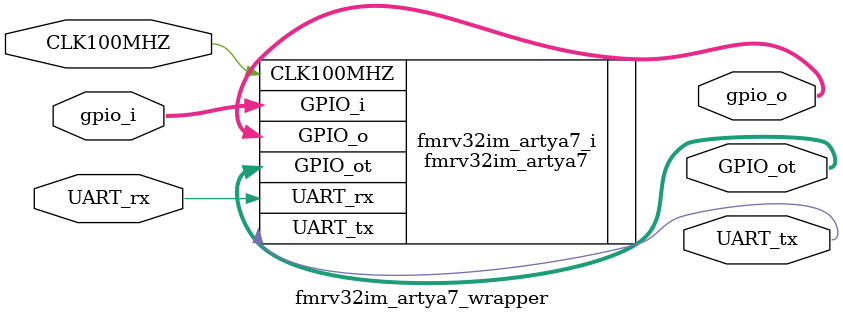
<source format=v>
`timescale 1 ps / 1 ps

module fmrv32im_artya7_wrapper
   (CLK100MHZ,
    GPIO_ot,
    UART_rx,
    UART_tx,
    gpio_i,
    gpio_o);
  input CLK100MHZ;
  output [31:0]GPIO_ot;
  input UART_rx;
  output UART_tx;
  input [31:0]gpio_i;
  output [31:0]gpio_o;

  wire CLK100MHZ;
  wire [31:0]GPIO_ot;
  wire UART_rx;
  wire UART_tx;
  wire [31:0]gpio_i;
  wire [31:0]gpio_o;

  fmrv32im_artya7 fmrv32im_artya7_i
       (.CLK100MHZ(CLK100MHZ),
        .GPIO_i(gpio_i),
        .GPIO_o(gpio_o),
        .GPIO_ot(GPIO_ot),
        .UART_rx(UART_rx),
        .UART_tx(UART_tx));
endmodule

</source>
